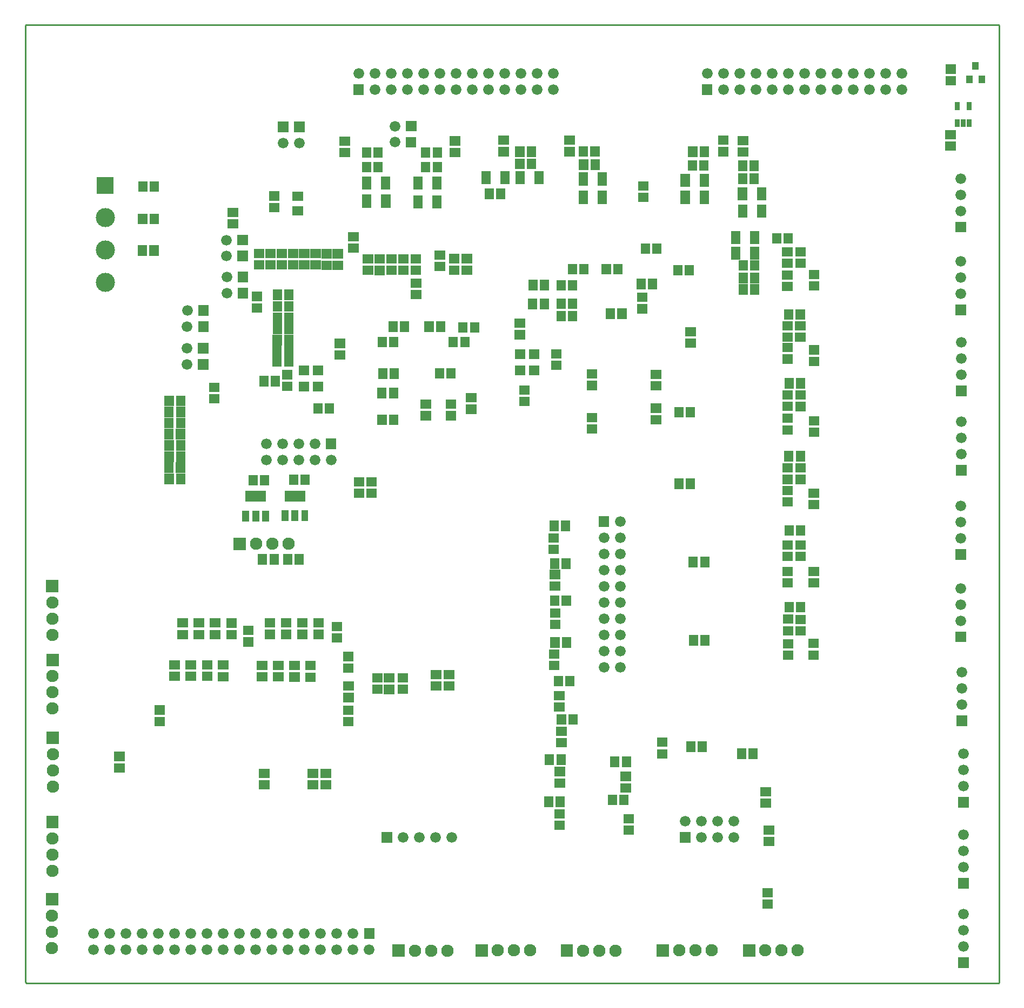
<source format=gbr>
G04 start of page 9 for group -4062 idx -4062 *
G04 Title: (unknown), soldermask *
G04 Creator: pcb 20140316 *
G04 CreationDate: Thu 01 Jun 2017 04:27:31 PM GMT UTC *
G04 For: sumit *
G04 Format: Gerber/RS-274X *
G04 PCB-Dimensions (mm): 381.00 381.00 *
G04 PCB-Coordinate-Origin: lower left *
%MOMM*%
%FSLAX43Y43*%
%LNBOTTOMMASK*%
%ADD155R,1.545X1.545*%
%ADD154R,1.448X1.448*%
%ADD153R,1.092X1.092*%
%ADD152R,1.702X1.702*%
%ADD151R,1.452X1.452*%
%ADD150R,1.016X1.016*%
%ADD149R,0.750X0.750*%
%ADD148C,2.997*%
%ADD147C,1.930*%
%ADD146C,0.002*%
%ADD145C,1.676*%
%ADD144C,0.254*%
G54D144*X192943Y219707D02*Y369791D01*
X192824Y369910D01*
X40488D01*
X40389Y219781D02*X40564Y219606D01*
X192781D01*
X192783Y219608D01*
X192842Y219606D02*X192943Y219707D01*
X40488Y369910D02*X40348Y369771D01*
Y219822D01*
X40419Y219751D01*
G54D145*X83185Y304165D03*
Y301625D03*
X80645Y304165D03*
Y301625D03*
G54D146*G36*
X87427Y305003D02*Y303327D01*
X89103D01*
Y305003D01*
X87427D01*
G37*
G54D145*X88265Y301625D03*
X85725Y304165D03*
Y301625D03*
X78105Y304165D03*
Y301625D03*
G54D146*G36*
X73000Y289479D02*Y287548D01*
X74930D01*
Y289479D01*
X73000D01*
G37*
G54D147*X76505Y288514D03*
X79045D03*
X81585D03*
G54D145*X187114Y263301D03*
Y265841D03*
Y268381D03*
G54D146*G36*
X186083Y274757D02*Y273080D01*
X187759D01*
Y274757D01*
X186083D01*
G37*
G54D145*X186921Y276459D03*
Y278999D03*
Y281539D03*
G54D146*G36*
X186108Y287693D02*Y286017D01*
X187785D01*
Y287693D01*
X186108D01*
G37*
G36*
X130178Y292806D02*Y291130D01*
X131854D01*
Y292806D01*
X130178D01*
G37*
G54D145*X133556Y291968D03*
Y289428D03*
Y286888D03*
X131016Y289428D03*
Y286888D03*
Y284348D03*
Y281808D03*
Y279268D03*
Y276728D03*
X133556Y284348D03*
Y281808D03*
Y279268D03*
Y276728D03*
X131016Y274188D03*
Y271648D03*
Y269108D03*
X133556Y274188D03*
Y271648D03*
Y269108D03*
G54D146*G36*
X93429Y228242D02*Y226565D01*
X95105D01*
Y228242D01*
X93429D01*
G37*
G54D145*X91727Y227404D03*
X89187D03*
X94267Y224864D03*
X91727D03*
X89187D03*
X86647D03*
X84107D03*
X81567D03*
X86647Y227404D03*
X84107D03*
X81567D03*
X79027D03*
G54D146*G36*
X97904Y225664D02*Y223733D01*
X99835D01*
Y225664D01*
X97904D01*
G37*
G54D147*X101410Y224699D03*
X103950D03*
X106490D03*
G54D145*X79027Y224864D03*
X76487Y227404D03*
X73947D03*
X71407D03*
X76487Y224864D03*
X73947D03*
X71407D03*
X68867D03*
X66327D03*
X63787D03*
X68867Y227404D03*
X66327D03*
X63787D03*
X61247D03*
G54D146*G36*
X124257Y225692D02*Y223761D01*
X126187D01*
Y225692D01*
X124257D01*
G37*
G36*
X110914Y225704D02*Y223774D01*
X112845D01*
Y225704D01*
X110914D01*
G37*
G54D147*X114419Y224739D03*
X116959D03*
X119499D03*
X127762Y224726D03*
X130302D03*
X132842D03*
G54D146*G36*
X139286Y225722D02*Y223792D01*
X141216D01*
Y225722D01*
X139286D01*
G37*
G54D147*X142791Y224757D03*
X145331D03*
X147871D03*
G54D145*X61247Y224864D03*
X58707D03*
X56167D03*
X53627D03*
X51087D03*
X58707Y227404D03*
X56167D03*
X53627D03*
X51087D03*
G54D146*G36*
X43571Y233713D02*Y231783D01*
X45502D01*
Y233713D01*
X43571D01*
G37*
G54D147*X44536Y230208D03*
Y227668D03*
Y225128D03*
G54D146*G36*
X152824Y225715D02*Y223784D01*
X154755D01*
Y225715D01*
X152824D01*
G37*
G54D147*X156329Y224749D03*
X158869D03*
X161409D03*
G54D146*G36*
X186540Y223644D02*Y221968D01*
X188217D01*
Y223644D01*
X186540D01*
G37*
G54D145*X187378Y225346D03*
Y227886D03*
Y230426D03*
X186947Y289395D03*
Y291935D03*
Y294475D03*
G54D146*G36*
X186174Y300911D02*Y299235D01*
X187851D01*
Y300911D01*
X186174D01*
G37*
G54D145*X187013Y302613D03*
Y305153D03*
Y307693D03*
G54D146*G36*
X186200Y313306D02*Y311630D01*
X187876D01*
Y313306D01*
X186200D01*
G37*
G54D145*X187038Y315008D03*
Y317548D03*
Y320088D03*
G54D146*G36*
X186075Y326024D02*Y324348D01*
X187752D01*
Y326024D01*
X186075D01*
G37*
G54D145*X186914Y327726D03*
Y330266D03*
Y332806D03*
G54D146*G36*
X186129Y339019D02*Y337342D01*
X187805D01*
Y339019D01*
X186129D01*
G37*
G54D145*X186967Y340721D03*
Y343261D03*
Y345801D03*
G54D146*G36*
X146355Y360601D02*Y358925D01*
X148032D01*
Y360601D01*
X146355D01*
G37*
G54D145*X147193Y362303D03*
X149733Y359763D03*
Y362303D03*
X152273Y359763D03*
Y362303D03*
X154813Y359763D03*
Y362303D03*
X157353D03*
X159893D03*
X157353Y359763D03*
X159893D03*
X162433D03*
X164973D03*
X167513D03*
X170053D03*
X162433Y362303D03*
X164973D03*
X167513D03*
X170053D03*
X172593Y359763D03*
Y362303D03*
X175133D03*
X177673D03*
X175133Y359763D03*
X177673D03*
G54D146*G36*
X186533Y248803D02*Y247127D01*
X188209D01*
Y248803D01*
X186533D01*
G37*
G54D145*X187371Y250505D03*
Y253045D03*
Y255585D03*
G54D146*G36*
X186276Y261600D02*Y259923D01*
X187952D01*
Y261600D01*
X186276D01*
G37*
G36*
X186533Y236139D02*Y234462D01*
X188209D01*
Y236139D01*
X186533D01*
G37*
G54D145*X187371Y237841D03*
Y240381D03*
Y242921D03*
G54D146*G36*
X142941Y243279D02*Y241602D01*
X144617D01*
Y243279D01*
X142941D01*
G37*
G54D145*X143779Y244980D03*
X146319Y242440D03*
Y244980D03*
X148859Y242440D03*
X151399D03*
Y244980D03*
X148859D03*
G54D146*G36*
X43655Y245819D02*Y243888D01*
X45585D01*
Y245819D01*
X43655D01*
G37*
G36*
X96169Y243291D02*Y241615D01*
X97846D01*
Y243291D01*
X96169D01*
G37*
G54D145*X99548Y242453D03*
X102088D03*
X104628D03*
X107168D03*
G54D147*X44620Y242313D03*
Y239773D03*
Y237233D03*
G54D146*G36*
X43635Y282824D02*Y280894D01*
X45565D01*
Y282824D01*
X43635D01*
G37*
G54D147*X44600Y279319D03*
Y276779D03*
Y274239D03*
G54D146*G36*
X43668Y271267D02*Y269337D01*
X45598D01*
Y271267D01*
X43668D01*
G37*
G54D147*X44633Y267762D03*
Y265222D03*
Y262682D03*
G54D146*G36*
X43698Y259039D02*Y257109D01*
X45629D01*
Y259039D01*
X43698D01*
G37*
G54D147*X44663Y255534D03*
Y252994D03*
Y250454D03*
G54D146*G36*
X73602Y334467D02*Y332791D01*
X75278D01*
Y334467D01*
X73602D01*
G37*
G54D145*X71900Y333629D03*
G54D146*G36*
X73596Y336989D02*Y335313D01*
X75273D01*
Y336989D01*
X73596D01*
G37*
G54D145*X71895Y336151D03*
G54D146*G36*
X73622Y328666D02*Y326989D01*
X75298D01*
Y328666D01*
X73622D01*
G37*
G54D145*X71920Y327828D03*
G54D146*G36*
X73622Y331203D02*Y329527D01*
X75298D01*
Y331203D01*
X73622D01*
G37*
G54D145*X71920Y330365D03*
G54D146*G36*
X67437Y323390D02*Y321714D01*
X69113D01*
Y323390D01*
X67437D01*
G37*
G36*
X67440Y325946D02*Y324269D01*
X69116D01*
Y325946D01*
X67440D01*
G37*
G36*
X67422Y317447D02*Y315770D01*
X69098D01*
Y317447D01*
X67422D01*
G37*
G36*
X67419Y319997D02*Y318320D01*
X69096D01*
Y319997D01*
X67419D01*
G37*
G54D145*X65735Y322552D03*
X65738Y325107D03*
X65720Y316608D03*
X65717Y319159D03*
G54D146*G36*
X79931Y354749D02*Y353073D01*
X81608D01*
Y354749D01*
X79931D01*
G37*
G36*
X82474Y354747D02*Y353070D01*
X84150D01*
Y354747D01*
X82474D01*
G37*
G54D145*X80769Y351371D03*
X83312Y351368D03*
G54D146*G36*
X99954Y352316D02*Y350639D01*
X101630D01*
Y352316D01*
X99954D01*
G37*
G54D145*X98252Y351478D03*
G54D146*G36*
X51574Y346007D02*Y343410D01*
X54171D01*
Y346007D01*
X51574D01*
G37*
G54D148*X52873Y339628D03*
Y334548D03*
Y329468D03*
G54D146*G36*
X99959Y354853D02*Y353177D01*
X101636D01*
Y354853D01*
X99959D01*
G37*
G54D145*X98257Y354015D03*
G54D146*G36*
X91737Y360586D02*Y358910D01*
X93414D01*
Y360586D01*
X91737D01*
G37*
G54D145*X92576Y362288D03*
X95116Y359748D03*
Y362288D03*
X97656Y359748D03*
Y362288D03*
X100196Y359748D03*
X102736D03*
X105276D03*
X100196Y362288D03*
X102736D03*
X105276D03*
X107816D03*
X110356D03*
X112896D03*
X107816Y359748D03*
X110356D03*
X112896D03*
X115436Y362288D03*
X117976D03*
X120516D03*
X115436Y359748D03*
X117976D03*
X120516D03*
X123056D03*
Y362288D03*
G54D149*X188275Y354678D02*Y354228D01*
X187325Y354678D02*Y354228D01*
X186375Y354678D02*Y354228D01*
Y357378D02*Y356928D01*
X188275Y357378D02*Y356928D01*
G54D150*X190246Y361439D02*Y361287D01*
X188265Y361439D02*Y361287D01*
X189255Y363522D02*Y363370D01*
G54D151*X185208Y350883D02*X185408D01*
X185208Y352683D02*X185408D01*
X185285Y362947D02*X185484D01*
X185285Y361147D02*X185484D01*
X130787Y346019D02*Y345419D01*
X127787Y346019D02*Y345419D01*
X130787Y343149D02*Y342549D01*
X127838Y348080D02*Y347880D01*
X129638Y348080D02*Y347880D01*
X129613Y350137D02*Y349938D01*
X127813Y350137D02*Y349938D01*
X107596Y351685D02*X107796D01*
X107596Y349885D02*X107796D01*
X104878Y342438D02*Y341838D01*
Y345359D02*Y344759D01*
X104902Y347699D02*Y347499D01*
Y349985D02*Y349785D01*
X103102Y347699D02*Y347499D01*
Y349985D02*Y349785D01*
X119645Y350112D02*Y349912D01*
X117845Y350112D02*Y349912D01*
Y348207D02*Y348007D01*
X119645Y348207D02*Y348007D01*
X115216Y349990D02*X115416D01*
X115216Y351790D02*X115416D01*
X115546Y346248D02*Y345648D01*
X120880Y346248D02*Y345648D01*
X117880Y346248D02*Y345648D01*
X127787Y343149D02*Y342549D01*
X125529Y349990D02*X125728D01*
X125529Y351790D02*X125728D01*
X149633D02*X149833D01*
X149633Y349990D02*X149833D01*
X146761Y343149D02*Y342549D01*
X143761Y343149D02*Y342549D01*
Y345816D02*Y345216D01*
X146761Y345816D02*Y345216D01*
X146707Y347927D02*Y347728D01*
X146736Y350112D02*Y349912D01*
X144907Y347927D02*Y347728D01*
X144936Y350112D02*Y349912D01*
X154581Y347902D02*Y347702D01*
X152781Y347902D02*Y347702D01*
X155727Y343683D02*Y343083D01*
X152728Y343683D02*Y343083D01*
X152781Y345870D02*Y345670D01*
X154581Y345870D02*Y345670D01*
X152716Y351736D02*X152916D01*
X152716Y349936D02*X152916D01*
X154663Y336850D02*Y336250D01*
X158115Y336523D02*Y336323D01*
X152756Y340965D02*Y340365D01*
X155755Y340965D02*Y340365D01*
X154638Y334386D02*Y333786D01*
X151638Y334386D02*Y333786D01*
X151663Y336850D02*Y336250D01*
X159915Y336523D02*Y336323D01*
X159666Y334289D02*X159866D01*
X161720D02*X161920D01*
X113077Y343503D02*Y343303D01*
X114877Y343503D02*Y343303D01*
X112546Y346248D02*Y345648D01*
X127898Y331661D02*Y331462D01*
X126098Y331661D02*Y331462D01*
X126139Y329149D02*Y328950D01*
X124339Y329149D02*Y328950D01*
X119927Y329182D02*Y328983D01*
X121727Y329182D02*Y328983D01*
X131393Y331697D02*Y331497D01*
X133193Y331697D02*Y331497D01*
X109435Y331432D02*X109635D01*
X109435Y333232D02*X109635D01*
X107482Y331432D02*X107682D01*
X107482Y333232D02*X107682D01*
X105226Y332006D02*X105426D01*
X105226Y333806D02*X105426D01*
X154635Y330300D02*Y330100D01*
X152835Y330300D02*Y330100D01*
X152857Y332256D02*Y332056D01*
X154657Y332256D02*Y332056D01*
X152857Y328496D02*Y328297D01*
X154657Y328496D02*Y328297D01*
X163832Y328934D02*X164031D01*
X159666Y328854D02*X159866D01*
X163832Y330733D02*X164031D01*
X159666Y330654D02*X159866D01*
X142625Y331494D02*Y331294D01*
X144424Y331494D02*Y331294D01*
X159666Y332490D02*X159866D01*
X161720D02*X161920D01*
X137114Y344649D02*X137313D01*
X137114Y342849D02*X137313D01*
X136939Y327160D02*X137139D01*
X139334Y334905D02*Y334705D01*
X137534Y334905D02*Y334705D01*
X136823Y329337D02*Y329138D01*
X138623Y329337D02*Y329138D01*
X64937Y276093D02*X65137D01*
X64937Y274293D02*X65137D01*
X62884Y300554D02*Y300354D01*
X64684Y300554D02*Y300354D01*
X62902Y298801D02*Y298602D01*
X64701Y298801D02*Y298602D01*
X63659Y269545D02*X63859D01*
X85318Y250736D02*X85517D01*
X85318Y252536D02*X85517D01*
X87352Y250735D02*X87552D01*
X87352Y252534D02*X87552D01*
X77713Y250731D02*X77913D01*
X77713Y252531D02*X77913D01*
X63659Y267745D02*X63859D01*
X61338Y260655D02*X61537D01*
X61338Y262455D02*X61537D01*
X55031Y255164D02*X55231D01*
X55031Y253364D02*X55231D01*
X71249Y267693D02*X71448D01*
X68782Y267712D02*X68982D01*
X66202Y267727D02*X66401D01*
X84225Y298644D02*Y298444D01*
X82425Y298644D02*Y298444D01*
X92580Y298247D02*X92779D01*
X92580Y296447D02*X92779D01*
X94492Y298227D02*X94692D01*
X94492Y296427D02*X94692D01*
X71249Y269493D02*X71448D01*
X68782Y269512D02*X68982D01*
X66202Y269527D02*X66401D01*
X75224Y274921D02*X75424D01*
X78610Y276103D02*X78809D01*
X78610Y274304D02*X78809D01*
X75224Y273121D02*X75424D01*
X84932Y267605D02*X85131D01*
X82422Y267620D02*X82622D01*
X79896Y267668D02*X80096D01*
X77360Y267669D02*X77560D01*
X84932Y269405D02*X85131D01*
X82422Y269420D02*X82622D01*
X79896Y269468D02*X80096D01*
X77360Y269469D02*X77560D01*
X76066Y298563D02*Y298363D01*
X77866Y298563D02*Y298363D01*
G54D152*X75695Y295976D02*X77219D01*
G54D153*X84148Y293218D02*Y292608D01*
X82598Y293218D02*Y292608D01*
X81049Y293218D02*Y292608D01*
G54D152*X81836Y296012D02*X83360D01*
G54D151*X79334Y286165D02*Y285965D01*
X77534Y286165D02*Y285965D01*
G54D153*X78006Y293182D02*Y292572D01*
X76457Y293182D02*Y292572D01*
X74907Y293182D02*Y292572D01*
G54D151*X81493Y286165D02*Y285965D01*
X83293Y286165D02*Y285965D01*
X70017Y276093D02*X70217D01*
X70017Y274293D02*X70217D01*
X72572Y276077D02*X72772D01*
X72572Y274277D02*X72772D01*
X67477Y276093D02*X67677D01*
X67477Y274293D02*X67677D01*
X89108Y275556D02*X89307D01*
X86230Y276103D02*X86429D01*
X86230Y274304D02*X86429D01*
X89108Y273756D02*X89307D01*
X97251Y265674D02*X97450D01*
X97251Y267474D02*X97450D01*
X95427Y265682D02*X95627D01*
X95427Y267482D02*X95627D01*
X99433Y265680D02*X99632D01*
X99433Y267480D02*X99632D01*
X104642Y266218D02*X104842D01*
X106644Y266211D02*X106843D01*
X104642Y268018D02*X104842D01*
X106644Y268011D02*X106843D01*
X90888Y264402D02*X91088D01*
X90888Y266202D02*X91088D01*
X90868Y270838D02*X91067D01*
X90868Y269038D02*X91067D01*
X90880Y260620D02*X91080D01*
X90880Y262420D02*X91080D01*
X83690Y276103D02*X83889D01*
X83690Y274304D02*X83889D01*
X81150Y276103D02*X81349D01*
X81150Y274304D02*X81349D01*
X89562Y319935D02*X89762D01*
X89562Y318135D02*X89762D01*
X82211Y332246D02*X82411D01*
X80459Y332253D02*X80658D01*
X78666Y332271D02*X78865D01*
X82211Y334046D02*X82411D01*
X80459Y334053D02*X80658D01*
X78666Y334071D02*X78865D01*
X76882Y334068D02*X77082D01*
X76882Y332269D02*X77082D01*
X76560Y325511D02*X76760D01*
X76560Y327311D02*X76760D01*
X81676Y327658D02*Y327459D01*
X79876Y327658D02*Y327459D01*
X81676Y325847D02*Y325648D01*
X79876Y325847D02*Y325648D01*
X81656Y324016D02*Y323816D01*
X79856Y324016D02*Y323816D01*
X81642Y322309D02*Y322109D01*
X81636Y320564D02*Y320364D01*
X81625Y318875D02*Y318675D01*
X79842Y322309D02*Y322109D01*
X79836Y320564D02*Y320364D01*
X79826Y318875D02*Y318675D01*
X83983Y332251D02*X84182D01*
X89207Y332200D02*X89406D01*
X87462Y332197D02*X87661D01*
X85760Y332233D02*X85959D01*
X83983Y334051D02*X84182D01*
X89207Y334000D02*X89406D01*
X87462Y333997D02*X87661D01*
X85760Y334033D02*X85959D01*
X62902Y311019D02*Y310819D01*
X64701Y311019D02*Y310819D01*
X62886Y309297D02*Y309097D01*
X64686Y309297D02*Y309097D01*
X62885Y307536D02*Y307337D01*
X64685Y307536D02*Y307337D01*
X62883Y305794D02*Y305594D01*
X64683Y305794D02*Y305594D01*
X62900Y304026D02*Y303826D01*
X64700Y304026D02*Y303826D01*
X62901Y302273D02*Y302074D01*
X64700Y302273D02*Y302074D01*
X58801Y344651D02*Y344451D01*
X60601Y344651D02*Y344451D01*
X58757Y339571D02*Y339371D01*
X60557Y339571D02*Y339371D01*
X58733Y334618D02*Y334418D01*
X60533Y334618D02*Y334418D01*
X79275Y341249D02*X79475D01*
X72798Y338676D02*X72998D01*
X72798Y340476D02*X72998D01*
G54D154*X82931Y340741D02*X83185D01*
G54D151*X79275Y343049D02*X79475D01*
G54D154*X82931Y343027D02*X83185D01*
G54D151*X101472Y329380D02*X101672D01*
X101472Y327580D02*X101672D01*
X99800Y322680D02*Y322480D01*
G54D155*X83984Y313177D02*X84034D01*
X86233D02*X86283D01*
G54D151*X81317Y315030D02*X81517D01*
X81317Y313230D02*X81517D01*
X79572Y314105D02*Y313905D01*
X77772Y314105D02*Y313905D01*
X81624Y317209D02*Y317009D01*
X79824Y317209D02*Y317009D01*
G54D155*X83984Y315717D02*X84034D01*
X86233D02*X86283D01*
G54D151*X69882Y313045D02*X70082D01*
X69882Y311245D02*X70082D01*
X101878Y342438D02*Y341838D01*
Y345359D02*Y344759D01*
X96826Y345359D02*Y344759D01*
X96853Y342540D02*Y341940D01*
X91673Y336664D02*X91873D01*
X91673Y334864D02*X91873D01*
X93959Y333197D02*X94159D01*
X99504Y331387D02*X99703D01*
X99504Y333187D02*X99703D01*
X97642Y331409D02*X97842D01*
X97642Y333209D02*X97842D01*
X95795Y331374D02*X95995D01*
X95795Y333174D02*X95995D01*
X93959Y331397D02*X94159D01*
X101465Y331377D02*X101664D01*
X101465Y333177D02*X101664D01*
X93842Y347699D02*Y347499D01*
X93853Y349985D02*Y349785D01*
X93826Y345359D02*Y344759D01*
X93853Y342540D02*Y341940D01*
X95642Y347699D02*Y347499D01*
X95653Y349985D02*Y349785D01*
X90324Y351663D02*X90524D01*
X90324Y349863D02*X90524D01*
X118480Y310831D02*X118680D01*
X118480Y312631D02*X118680D01*
G54D155*X117844Y315725D02*X117894D01*
G54D151*X117756Y323088D02*X117956D01*
X117756Y321288D02*X117956D01*
G54D155*X117844Y318265D02*X117894D01*
G54D151*X119865Y326241D02*Y326041D01*
G54D155*X120093Y318265D02*X120143D01*
X120093Y315725D02*X120143D01*
G54D151*X121665Y326241D02*Y326041D01*
X107420Y320267D02*Y320067D01*
X98066Y320267D02*Y320067D01*
X96266Y320267D02*Y320067D01*
X98000Y322680D02*Y322480D01*
X105421Y322680D02*Y322480D01*
X103621Y322680D02*Y322480D01*
X96382Y315314D02*Y315114D01*
X96244Y312266D02*Y312066D01*
X103024Y310388D02*X103224D01*
X103024Y308588D02*X103224D01*
X96255Y308075D02*Y307875D01*
X98055Y308075D02*Y307875D01*
X106961Y310399D02*X107161D01*
X106961Y308599D02*X107161D01*
X110136Y309604D02*X110336D01*
X110136Y311404D02*X110336D01*
X109220Y320267D02*Y320067D01*
X108944Y322553D02*Y322353D01*
X105243Y315324D02*Y315124D01*
X107043Y315324D02*Y315124D01*
X98182Y315314D02*Y315114D01*
X98044Y312266D02*Y312066D01*
X110744Y322553D02*Y322353D01*
X88011Y309853D02*Y309653D01*
X86211Y309853D02*Y309653D01*
X129034Y306527D02*X129233D01*
X129034Y308327D02*X129233D01*
X129034Y315138D02*X129233D01*
X129034Y313338D02*X129233D01*
X139067Y313262D02*X139266D01*
X139067Y315062D02*X139266D01*
X139067Y309778D02*X139266D01*
X139067Y307979D02*X139266D01*
X142777Y309243D02*Y309044D01*
X144577Y309243D02*Y309044D01*
X159995Y324559D02*Y324360D01*
X161794Y324559D02*Y324360D01*
X161698Y322682D02*X161898D01*
X159692Y319278D02*X159891D01*
X159692Y317478D02*X159891D01*
X161698Y320882D02*X161898D01*
X163857Y317123D02*X164057D01*
X163857Y318922D02*X164057D01*
X159692Y320878D02*X159891D01*
X159692Y322678D02*X159891D01*
X160024Y313790D02*Y313590D01*
X161823Y313790D02*Y313590D01*
X161724Y311836D02*X161923D01*
X161724Y310036D02*X161923D01*
X159692Y310058D02*X159891D01*
X159692Y311858D02*X159891D01*
X163832Y306023D02*X164031D01*
X163832Y307823D02*X164031D01*
X159692Y308178D02*X159891D01*
X159692Y306378D02*X159891D01*
X159998Y302360D02*Y302160D01*
X161798Y302360D02*Y302160D01*
X123471Y316495D02*X123671D01*
X123471Y318295D02*X123671D01*
X144492Y321779D02*X144692D01*
X144492Y319979D02*X144692D01*
X132051Y324692D02*Y324492D01*
X133850Y324692D02*Y324492D01*
X136939Y325360D02*X137139D01*
X124325Y324311D02*Y324111D01*
X126125Y324311D02*Y324111D01*
X124338Y326254D02*Y326054D01*
X126138Y326254D02*Y326054D01*
X145012Y285748D02*Y285549D01*
X145063Y273455D02*Y273255D01*
X142777Y298042D02*Y297842D01*
X144577Y298042D02*Y297842D01*
X146812Y285748D02*Y285549D01*
X152574Y255680D02*Y255480D01*
X154374Y255680D02*Y255480D01*
X146863Y273455D02*Y273255D01*
X144617Y256805D02*Y256605D01*
X146417Y256805D02*Y256605D01*
X160034Y290701D02*Y290502D01*
X161834Y290701D02*Y290502D01*
X159717Y284175D02*X159917D01*
X159717Y282375D02*X159917D01*
X159717Y286541D02*X159917D01*
X161724Y286552D02*X161923D01*
X159717Y288341D02*X159917D01*
X161724Y288352D02*X161923D01*
X163806Y282401D02*X164006D01*
X163806Y284201D02*X164006D01*
X160024Y278687D02*Y278487D01*
X159793Y276682D02*X159993D01*
X159793Y274882D02*X159993D01*
X159793Y272821D02*X159993D01*
X159793Y271022D02*X159993D01*
X161724Y274857D02*X161923D01*
X163781Y271072D02*X163981D01*
X163781Y272872D02*X163981D01*
X159717Y298606D02*X159917D01*
X159717Y296875D02*X159917D01*
X159717Y300406D02*X159917D01*
X161724D02*X161923D01*
X161724Y298606D02*X161923D01*
X163806Y294644D02*X164006D01*
X163806Y296443D02*X164006D01*
X159717Y295075D02*X159917D01*
X161823Y278687D02*Y278487D01*
X161724Y276657D02*X161923D01*
X156261Y247822D02*X156460D01*
X156261Y249622D02*X156460D01*
X156786Y241834D02*X156985D01*
X156786Y243634D02*X156985D01*
X156558Y232010D02*X156757D01*
X156558Y233810D02*X156757D01*
X123904Y267084D02*Y266885D01*
X125704Y267084D02*Y266885D01*
X123928Y262882D02*X124128D01*
X123928Y264682D02*X124128D01*
X124369Y261067D02*Y260867D01*
X126168Y261067D02*Y260867D01*
X123210Y291407D02*Y291208D01*
X125010Y291407D02*Y291208D01*
X123108Y269433D02*X123308D01*
X123243Y281904D02*X123442D01*
X123243Y283704D02*X123442D01*
X123331Y279708D02*Y279508D01*
X125131Y279708D02*Y279508D01*
X123354Y273142D02*Y272943D01*
X125153Y273142D02*Y272943D01*
X123108Y271233D02*X123308D01*
X123283Y275847D02*X123483D01*
X123283Y277646D02*X123483D01*
X123303Y285512D02*Y285312D01*
X125103Y285512D02*Y285312D01*
X123029Y287617D02*X123229D01*
X123029Y289417D02*X123229D01*
X132368Y248433D02*Y248233D01*
X132738Y254430D02*Y254230D01*
X134325Y250231D02*X134524D01*
X134325Y252031D02*X134524D01*
X122381Y248166D02*Y247967D01*
X124181Y248166D02*Y247967D01*
X123972Y244376D02*X124171D01*
X123972Y246176D02*X124171D01*
X122492Y254758D02*Y254558D01*
X124292Y254758D02*Y254558D01*
X124035Y250998D02*X124235D01*
X124035Y252798D02*X124235D01*
X134168Y248433D02*Y248233D01*
X134810Y243606D02*X135009D01*
X134810Y245406D02*X135009D01*
X134538Y254430D02*Y254230D01*
X140052Y257380D02*X140252D01*
X140052Y255580D02*X140252D01*
X124274Y257297D02*X124473D01*
X124274Y259097D02*X124473D01*
M02*

</source>
